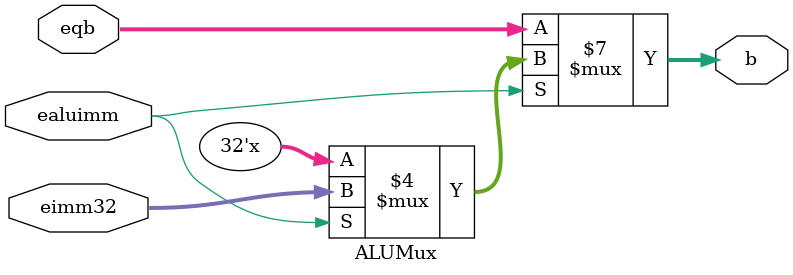
<source format=v>
`timescale 1ns / 1ps

module ALUMux(

    // Selects the immediate used for when the ALU performs addition.

    input wire [31:0] eqb,                  // Query B: Outputs Value Stored in Target Register (rt)
    input wire [31:0] eimm32,               // 32-Bit Immediate 
    input wire ealuimm,                     // ALU Immediate (Selector)
    output reg [31:0] b                     // Output Immediate

    );
    
    // If ealuimm == 0, b = eqb
    // If ealuimm == 1, b = eimm32
    
    always @(*)begin
    
    if (ealuimm == 0) begin
    
        b <= eqb;
        
    end else if (ealuimm == 1) begin
    
        b <= eimm32;
        
        end
        
    end
    
endmodule

</source>
